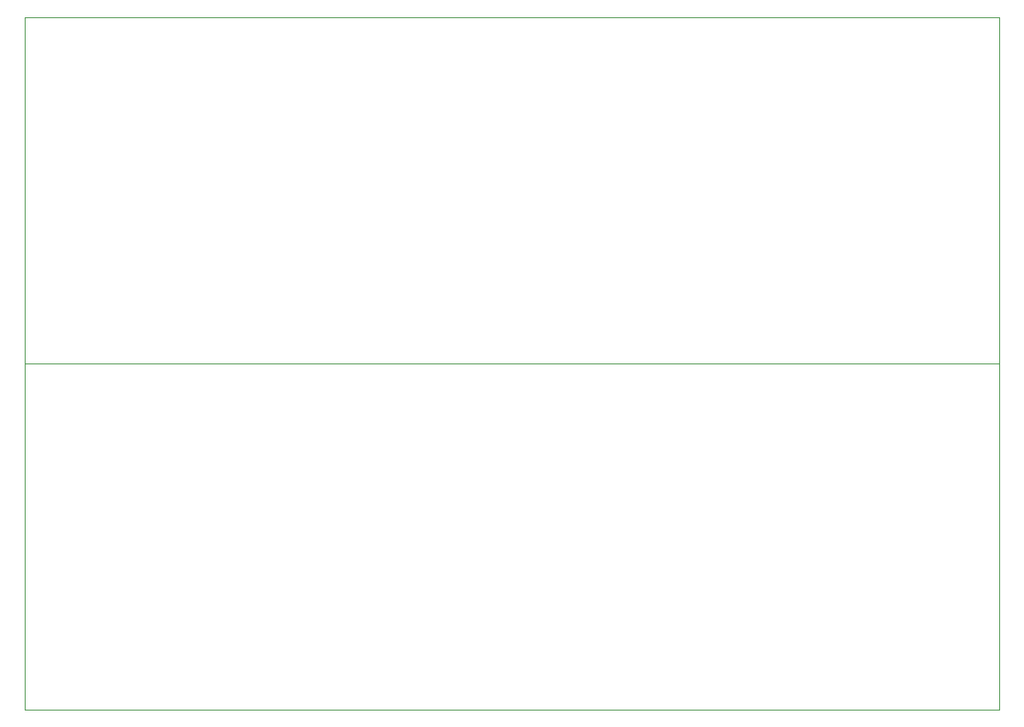
<source format=gm1>
G04 #@! TF.GenerationSoftware,KiCad,Pcbnew,(5.1.0)-1*
G04 #@! TF.CreationDate,2019-06-07T12:56:35-04:00*
G04 #@! TF.ProjectId,Case top+bottom,43617365-2074-46f7-902b-626f74746f6d,rev?*
G04 #@! TF.SameCoordinates,Original*
G04 #@! TF.FileFunction,Profile,NP*
%FSLAX46Y46*%
G04 Gerber Fmt 4.6, Leading zero omitted, Abs format (unit mm)*
G04 Created by KiCad (PCBNEW (5.1.0)-1) date 2019-06-07 12:56:35*
%MOMM*%
%LPD*%
G04 APERTURE LIST*
%ADD10C,0.050000*%
G04 APERTURE END LIST*
D10*
X132461000Y-40640000D02*
X107950000Y-40640000D01*
X132461000Y-40640000D02*
X165735000Y-40640000D01*
X165735000Y-40640000D02*
X189954000Y-40640000D01*
X89954000Y-40640000D02*
X89954000Y-76200000D01*
X189954000Y-40640000D02*
X189954000Y-76200000D01*
X189954000Y-76200000D02*
X89954000Y-76200000D01*
X107950000Y-40640000D02*
X89954000Y-40640000D01*
X89954000Y-76200000D02*
X89954000Y-111760000D01*
X107950000Y-76200000D02*
X89954000Y-76200000D01*
X189954000Y-76200000D02*
X189954000Y-111760000D01*
X165735000Y-76200000D02*
X189954000Y-76200000D01*
X189954000Y-111760000D02*
X89954000Y-111760000D01*
X132461000Y-76200000D02*
X165735000Y-76200000D01*
X132461000Y-76200000D02*
X107950000Y-76200000D01*
M02*

</source>
